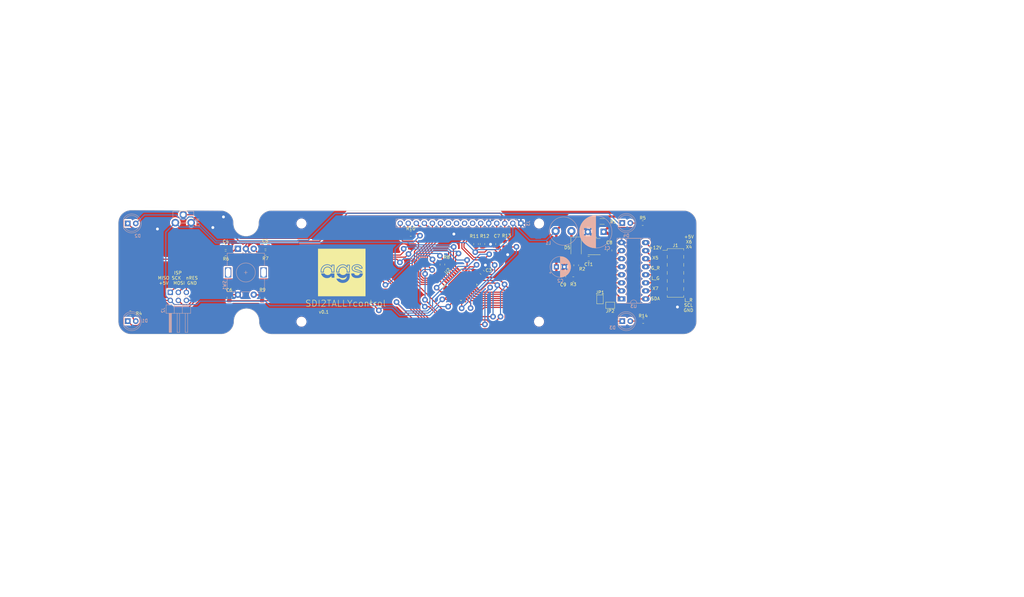
<source format=kicad_pcb>
(kicad_pcb (version 20221018) (generator pcbnew)

  (general
    (thickness 1.6)
  )

  (paper "A4")
  (title_block
    (title "TallySDOAdapter")
    (date "2023-11-07")
    (rev "0.1")
    (company "AGS")
    (comment 1 "Autor: Ferdi")
  )

  (layers
    (0 "F.Cu" signal)
    (31 "B.Cu" signal)
    (32 "B.Adhes" user "B.Adhesive")
    (33 "F.Adhes" user "F.Adhesive")
    (34 "B.Paste" user)
    (35 "F.Paste" user)
    (36 "B.SilkS" user "B.Silkscreen")
    (37 "F.SilkS" user "F.Silkscreen")
    (38 "B.Mask" user)
    (39 "F.Mask" user)
    (40 "Dwgs.User" user "User.Drawings")
    (41 "Cmts.User" user "User.Comments")
    (42 "Eco1.User" user "User.Eco1")
    (43 "Eco2.User" user "User.Eco2")
    (44 "Edge.Cuts" user)
    (45 "Margin" user)
    (46 "B.CrtYd" user "B.Courtyard")
    (47 "F.CrtYd" user "F.Courtyard")
    (48 "B.Fab" user)
    (49 "F.Fab" user)
    (50 "User.1" user)
    (51 "User.2" user)
    (52 "User.3" user)
    (53 "User.4" user)
    (54 "User.5" user)
    (55 "User.6" user)
    (56 "User.7" user)
    (57 "User.8" user)
    (58 "User.9" user)
  )

  (setup
    (stackup
      (layer "F.SilkS" (type "Top Silk Screen"))
      (layer "F.Paste" (type "Top Solder Paste"))
      (layer "F.Mask" (type "Top Solder Mask") (thickness 0.01))
      (layer "F.Cu" (type "copper") (thickness 0.035))
      (layer "dielectric 1" (type "core") (thickness 1.51) (material "FR4") (epsilon_r 4.5) (loss_tangent 0.02))
      (layer "B.Cu" (type "copper") (thickness 0.035))
      (layer "B.Mask" (type "Bottom Solder Mask") (thickness 0.01))
      (layer "B.Paste" (type "Bottom Solder Paste"))
      (layer "B.SilkS" (type "Bottom Silk Screen"))
      (copper_finish "None")
      (dielectric_constraints no)
    )
    (pad_to_mask_clearance 0)
    (pcbplotparams
      (layerselection 0x00010fc_ffffffff)
      (plot_on_all_layers_selection 0x0000000_00000000)
      (disableapertmacros false)
      (usegerberextensions true)
      (usegerberattributes true)
      (usegerberadvancedattributes true)
      (creategerberjobfile false)
      (dashed_line_dash_ratio 12.000000)
      (dashed_line_gap_ratio 3.000000)
      (svgprecision 6)
      (plotframeref false)
      (viasonmask false)
      (mode 1)
      (useauxorigin false)
      (hpglpennumber 1)
      (hpglpenspeed 20)
      (hpglpendiameter 15.000000)
      (dxfpolygonmode true)
      (dxfimperialunits true)
      (dxfusepcbnewfont true)
      (psnegative false)
      (psa4output false)
      (plotreference true)
      (plotvalue false)
      (plotinvisibletext false)
      (sketchpadsonfab false)
      (subtractmaskfromsilk true)
      (outputformat 1)
      (mirror false)
      (drillshape 0)
      (scaleselection 1)
      (outputdirectory "fabrication/")
    )
  )

  (net 0 "")
  (net 1 "+12V")
  (net 2 "GND")
  (net 3 "+5V")
  (net 4 "ENC_A")
  (net 5 "ENC_B")
  (net 6 "BTN")
  (net 7 "Net-(C7-Pad1)")
  (net 8 "Net-(CT1-Pad1)")
  (net 9 "LED_GREEN_ONB")
  (net 10 "Net-(D1-Pad2)")
  (net 11 "LED_RED_ONB")
  (net 12 "Net-(D2-Pad2)")
  (net 13 "Net-(D3-Pad2)")
  (net 14 "Net-(D4-Pad2)")
  (net 15 "Net-(D5-Pad1)")
  (net 16 "LED_GREEN")
  (net 17 "LED_RED")
  (net 18 "GLUE_RED")
  (net 19 "X4")
  (net 20 "X5")
  (net 21 "SCL")
  (net 22 "SDA")
  (net 23 "X7")
  (net 24 "X6")
  (net 25 "nRES")
  (net 26 "LCD_RS")
  (net 27 "LCD_E")
  (net 28 "unconnected-(J3-Pad7)")
  (net 29 "unconnected-(J3-Pad8)")
  (net 30 "unconnected-(J3-Pad9)")
  (net 31 "unconnected-(J3-Pad10)")
  (net 32 "LCD_DB4")
  (net 33 "LCD_DB5")
  (net 34 "LCD_DB6")
  (net 35 "LCD_DB7")
  (net 36 "Net-(J3-Pad15)")
  (net 37 "LCD_BL")
  (net 38 "LCD_BLC")
  (net 39 "Net-(R1-Pad2)")
  (net 40 "Net-(R2-Pad1)")
  (net 41 "Net-(R6-Pad2)")
  (net 42 "Net-(R7-Pad2)")
  (net 43 "Net-(R9-Pad1)")
  (net 44 "LCD_V0")
  (net 45 "MISO_X5C")
  (net 46 "unconnected-(U2-Pad8)")
  (net 47 "LED_GRUEN_C")
  (net 48 "LED_ROT_C")
  (net 49 "GLUE_ROT_C")
  (net 50 "unconnected-(U2-Pad19)")
  (net 51 "unconnected-(U2-Pad20)")
  (net 52 "unconnected-(U2-Pad22)")
  (net 53 "SCK_X6C")
  (net 54 "MOSI_X4C")

  (footprint "Resistor_SMD:R_0805_2012Metric" (layer "F.Cu") (at 194.8434 106.3752 90))

  (footprint "Jumper:SolderJumper-2_P1.3mm_Open_TrianglePad1.0x1.5mm" (layer "F.Cu") (at 233.9848 123.8642 -90))

  (footprint "Capacitor_SMD:C_0805_2012Metric" (layer "F.Cu") (at 128.3106 107.2134 180))

  (footprint "Resistor_SMD:R_0805_2012Metric" (layer "F.Cu") (at 127.3048 123.3678 -90))

  (footprint "Resistor_SMD:R_0805_2012Metric" (layer "F.Cu") (at 184.2008 112.8522 -90))

  (footprint "Capacitor_SMD:C_0805_2012Metric" (layer "F.Cu") (at 230.4136 111.0234 180))

  (footprint "Resistor_SMD:R_0805_2012Metric" (layer "F.Cu") (at 85.6488 128.1684 180))

  (footprint "Diode_SMD:D_SMA" (layer "F.Cu") (at 226.4537 107.5497 -90))

  (footprint "Resistor_SMD:R_0805_2012Metric" (layer "F.Cu") (at 225.5539 117.475 180))

  (footprint "Connector_PinHeader_2.54mm:PinHeader_2x06_P2.54mm_Vertical_SMD" (layer "F.Cu") (at 257.81 115.4938))

  (footprint "MountingHole:MountingHole_2.7mm_M2.5" (layer "F.Cu") (at 139.7 99.8982))

  (footprint "Resistor_SMD:R_0805_2012Metric" (layer "F.Cu") (at 247.6265 130.7084))

  (footprint "Capacitor_SMD:C_0805_2012Metric" (layer "F.Cu") (at 222.4278 116.5962 -90))

  (footprint "Resistor_SMD:R_0805_2012Metric" (layer "F.Cu") (at 226.4791 113.0916 90))

  (footprint "ags_logo:ags_logo15x15" (layer "F.Cu") (at 152.4254 115.3668))

  (footprint "Resistor_SMD:R_0805_2012Metric" (layer "F.Cu") (at 128.3227 109.1946 180))

  (footprint "Resistor_SMD:R_0805_2012Metric" (layer "F.Cu") (at 203.8604 106.4006 -90))

  (footprint "Package_SO:SOIC-8_3.9x4.9mm_P1.27mm" (layer "F.Cu") (at 232.1321 107.1753))

  (footprint "Jumper:SolderJumper-2_P1.3mm_Open_TrianglePad1.0x1.5mm" (layer "F.Cu") (at 237.1968 125.73 180))

  (footprint "Capacitor_SMD:C_0805_2012Metric" (layer "F.Cu") (at 116.9162 123.3322 90))

  (footprint "Resistor_SMD:R_0805_2012Metric" (layer "F.Cu") (at 174.2186 103.1494))

  (footprint "Package_QFP:TQFP-32_7x7mm_P0.8mm" (layer "F.Cu") (at 190.082153 119.181361 45))

  (footprint "Capacitor_SMD:C_0805_2012Metric" (layer "F.Cu") (at 196.7738 115.316 -45))

  (footprint "Capacitor_SMD:C_0805_2012Metric" (layer "F.Cu") (at 201.7776 106.4006 -90))

  (footprint "Capacitor_SMD:C_0805_2012Metric" (layer "F.Cu") (at 237.0074 108.3818 90))

  (footprint "MountingHole:MountingHole_2.7mm_M2.5" (layer "F.Cu") (at 139.7 130.9116))

  (footprint "MountingHole:MountingHole_2.7mm_M2.5" (layer "F.Cu") (at 214.7316 130.8862))

  (footprint "Resistor_SMD:R_0805_2012Metric" (layer "F.Cu") (at 196.8754 106.3771 -90))

  (footprint "MountingHole:MountingHole_2.7mm_M2.5" (layer "F.Cu") (at 214.757 99.8982))

  (footprint "Resistor_SMD:R_0805_2012Metric" (layer "F.Cu") (at 115.7459 109.347))

  (footprint "Resistor_SMD:R_1206_3216Metric" (layer "F.Cu") (at 234.6559 99.2378 180))

  (footprint "Resistor_SMD:R_0805_2012Metric" (layer "F.Cu") (at 247.4741 99.7712))

  (footprint "Capacitor_SMD:C_0805_2012Metric" (layer "F.Cu") (at 115.763 107.3658))

  (footprint "LED_THT:LED_D5.0mm" (layer "B.Cu") (at 241.0156 99.7458))

  (footprint "Capacitor_THT:CP_Radial_D10.0mm_P5.00mm" (layer "B.Cu") (at 235.133277 102.5144 180))

  (footprint "Package_DIP:DIP-16_W7.62mm_Socket_LongPads" (layer "B.Cu") (at 240.802 123.708))

  (footprint "LED_THT:LED_D5.0mm" (layer "B.Cu") (at 84.831 130.7338))

  (footprint "LED_THT:LED_D5.0mm" (layer "B.Cu") (at 84.831 99.8728))

  (footprint "Connector_PinHeader_2.54mm:PinHeader_1x16_P2.54mm_Vertical" (layer "B.Cu")
    (tstamp 5360b3a6-493f-41e4-b6d9-ee916859f1b8)
    (at 208.9912 99.822 90)
    (descr "Through hole straight pin header, 1x16, 2.54mm pitch, single row")
    (tags "Through hole pin header THT 1x16 2.54mm single row")
    (property "Sheetfile" "tallySdoAdapter.kicad_sch")
    (property "Sheetname" "")
    (path "/27e667a5-a0cc-4778-8b08-a96bf07702bd")
    (attr through_hole)
    (fp_text reference "J3" (at 0 2.33 90) (layer "B.SilkS")
        (effects (font (size 1 1) (thickness 0.15)) (justify mirror))
      (tstamp fd9762b6-10f9-4f3b-98aa-74fdee029f61)
    )
    (fp_text value "Conn_01x16" (at 0 -40.43 90) (layer "B.Fab")
        (effects (font (size 1 1) (thickness 0.15)) (justify mirror))
      (tstamp 60cb51a4-2662-43e9-98d1-d53cc87207a5)
    )
    (fp_text user "${REFERENCE}" (at 0 -19.05) (layer "B.Fab")
        (effects (font (size 1 1) (thickness 0.15)) (justify mirror))
      (tstamp 2c514ba5-3bc3-40ac-adae-0b3eefc504fa)
    )
    (fp_line (start -1.33 -39.43) (end 1.33 -39.43)
      (stroke (width 0.12) (type solid)) (layer "B.SilkS") (tstamp 30633d02-420d-4540-b26f-5a07bb598dfc))
    (fp_line (start -1.33 -1.27) (end -1.33 -39.43)
      (stroke (width 0.12) (type solid)) (layer "B.SilkS") (tstamp 6bcc70fd-66cf-43c6-a435-c0224e0b16e9))
    (fp_line (start -1.33 -1.27) (end 1.33 -1.27)
      (stroke (width 0.12) (type solid)) (layer "B.SilkS") (tstamp cb029641-3780-41cc-a3d2-7f2970c995b3))
    (fp_line (start -1.33 0) (end -1.33 1.33)
      (stroke (width 0.12) (type solid)) (layer "B.SilkS") (tstamp a0f46971-0232-4690-ab50-51f4d41745d9))
    (fp_line (start -1.33 1.33) (end 0 1.33)
      (stroke (width 0.12) (type solid)) (layer "B.SilkS") (tstamp 3e790ac2-d57b-4883-9007-866a651c78b3))
    (fp_line (start 1.33 -1.27) (end 1.33 -39.43)
      (stroke (width 0.12) (type solid)) (layer "B.SilkS") (tstamp f3a6616e-06af-457b-bcc6-28bf8a38d4eb))
    (fp_line (start -1.8 -39.9) (end 1.8 -39.9)
      (stroke (width 0.05) (type solid)) (layer "B.CrtYd") (tstamp 3c3a376b-f3a6-4daa-b75c-3a48bab7ef93))
    (fp_line (start -1.8 1.8) (end -1.8 -39.9)
      (stroke (width 0.05) (type solid)) (layer "B.CrtYd") (tstamp d4e1eee9-8939-4d40-9d79-3be3773747c8))
    (fp_line (start 1.8 -39.9) (end 1.8 1.8)
      (stroke (width 0.05) (type solid)) (layer "B.CrtYd") (tstamp d63479ae-590b-45d8-a131-6a9cfa5de6bb))
    (fp_line (start 1.8 1.8) (end -1.8 1.8)
      (stroke (width 0.05) (type solid)) (layer "B.CrtYd") (tstamp ef92a61f-34c9-4a8b-b974-b540f6250bbc))
    (fp_line (start -1.27 -39.37) (end -1.27 0.635)
      (stroke (width 0.1) (type solid)) (layer "B.Fab") (tstamp d849b926-ef1e-4257-8400-dea72b2ae434))
    (fp_line (start -1.27 0.635) (end -0.635 1.27)
      (stroke (width 0.1) (type solid)) (layer "B.Fab") (tstamp 5ce8a95c-8f3f-487e-a9ff-9062e9a4b819))
    (fp_line (start -0.635 1.27) (end 1.27 1.27)
      (stroke (width 0.1) (type solid)) (layer "B.Fab") (tstamp 3fbf4cbc-642a-454e-a86a-6b4dfa62c462))
    (fp_line (start 1.27 -39.37) (end -1.27 -39.37)
      (stroke (width 0.1) (type solid)) (layer "B.Fab") (tstamp b44c10b8-3a00-4e
... [1252220 chars truncated]
</source>
